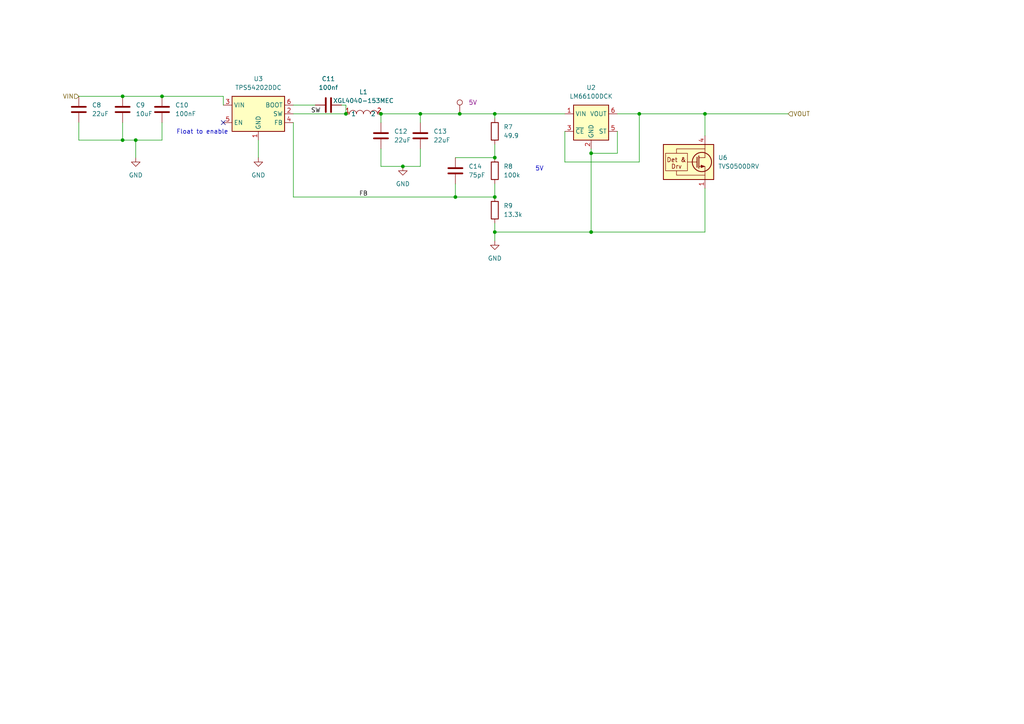
<source format=kicad_sch>
(kicad_sch (version 20250114) (generator "eeschema") (generator_version "9.0")
  (paper "A4")
  (lib_symbols
    (symbol "Device:C" (pin_numbers (hide yes)) (pin_names (offset 0.254))
      (property "Reference" "C" (at 0.635 2.54 0))
      (property "Value" "C" (at 0.635 -2.54 0))
      (symbol "C_0_1"
        (polyline (pts (xy -2.032 0.762) (xy 2.032 0.762)) (stroke (width 0.508)))
        (polyline (pts (xy -2.032 -0.762) (xy 2.032 -0.762)) (stroke (width 0.508)))
      )
      (symbol "C_1_1"
        (pin passive line (at 0 3.81 270) (length 2.794) (name "~") (number "1"))
        (pin passive line (at 0 -3.81 90) (length 2.794) (name "~") (number "2"))
      )
    )
    (symbol "Device:R" (pin_numbers (hide yes)) (pin_names (offset 0))
      (property "Reference" "R" (at 2.032 0 90))
      (property "Value" "R" (at 0 0 90))
      (symbol "R_0_1"
        (rectangle (start -1.016 -2.54) (end 1.016 2.54) (stroke (width 0.254)))
      )
      (symbol "R_1_1"
        (pin passive line (at 0 3.81 270) (length 1.27) (name "~") (number "1"))
        (pin passive line (at 0 -3.81 90) (length 1.27) (name "~") (number "2"))
      )
    )
    (symbol "Power_Management:LM66100DCK"
      (property "Reference" "U" (at -5.08 6.096 0))
      (property "Value" "LM66100DCK" (at 0.254 -6.35 0))
      (symbol "LM66100DCK_0_1"
        (rectangle (start -5.08 5.08) (end 5.08 -5.08) (stroke (width 0.254)) (fill (type background)))
      )
      (symbol "LM66100DCK_1_1"
        (pin power_in line (at -7.62 2.54 0) (length 2.54) (name "VIN") (number "1"))
        (pin input line (at -7.62 -2.54 0) (length 2.54) (name "~{CE}") (number "3"))
        (pin no_connect line (at 0 5.08 270) (length 2.54) (hide yes) (name "NC") (number "4"))
        (pin power_in line (at 0 -7.62 90) (length 2.54) (name "GND") (number "2"))
        (pin power_out line (at 7.62 2.54 180) (length 2.54) (name "VOUT") (number "6"))
        (pin open_collector line (at 7.62 -2.54 180) (length 2.54) (name "ST") (number "5"))
      )
    )
    (symbol "Power_Protection:TVS0500DRV" (pin_names (offset 0) (hide yes))
      (property "Reference" "U" (at 2.54 1.27 0))
      (property "Value" "TVS0500DRV" (at 2.54 -1.27 0))
      (symbol "TVS0500DRV_0_0"
        (rectangle (start -11.43 2.54) (end -5.08 -2.54))
        (polyline (pts (xy -8.255 2.54) (xy -8.255 3.81) (xy 0 3.81)))
        (polyline (pts (xy -8.255 -2.54) (xy -8.255 -3.81) (xy 0 -3.81)))
        (polyline (pts (xy 0 1.27) (xy -1.778 1.27)))
        (text "Det &" (at -8.255 0.635 0) (effects (font (size 1.27 1.27))))
        (text "Drv" (at -8.255 -1.27 0) (effects (font (size 1.27 1.27))))
      )
      (symbol "TVS0500DRV_0_1"
        (rectangle (start -12.065 5.08) (end 2.54 -5.08) (stroke (width 0.254)) (fill (type background)))
        (polyline (pts (xy -2.286 1.397) (xy -2.286 -1.524)) (stroke (width 0.254)))
        (polyline (pts (xy -2.286 0) (xy -5.08 0)))
        (polyline (pts (xy -1.778 1.778) (xy -1.778 -1.778)) (stroke (width 0.254)))
        (circle (center -0.889 0) (radius 2.794) (stroke (width 0.254)))
        (polyline (pts (xy -0.127 -1.27) (xy -1.143 -1.651) (xy -1.143 -0.889) (xy -0.127 -1.27)) (fill (type outline)))
        (polyline (pts (xy 0 5.08) (xy 0 2.54)))
        (polyline (pts (xy 0 2.54) (xy 0 1.27)))
        (polyline (pts (xy 0 -2.54) (xy 0 -5.08)))
        (polyline (pts (xy 0 -2.54) (xy 0 -1.27) (xy -1.778 -1.27)))
      )
      (symbol "TVS0500DRV_1_1"
        (pin passive line (at 0 7.62 270) (length 2.54) (name "IN") (number "4"))
        (pin passive line (at 0 7.62 270) (length 2.54) (hide yes) (name "IN") (number "5"))
        (pin passive line (at 0 7.62 270) (length 2.54) (hide yes) (name "IN") (number "6"))
        (pin power_in line (at 0 -7.62 90) (length 2.54) (name "GND") (number "1"))
        (pin passive line (at 0 -7.62 90) (length 2.54) (hide yes) (name "GND") (number "2"))
        (pin passive line (at 0 -7.62 90) (length 2.54) (hide yes) (name "GND") (number "3"))
        (pin passive line (at 0 -7.62 90) (length 2.54) (hide yes) (name "GND") (number "7"))
      )
    )
    (symbol "Regulator_Switching:TPS54202DDC"
      (property "Reference" "U" (at -7.62 6.35 0))
      (property "Value" "TPS54202DDC" (at 0 6.35 0))
      (symbol "TPS54202DDC_0_1"
        (rectangle (start -7.62 5.08) (end 7.62 -5.08) (stroke (width 0.254)) (fill (type background)))
      )
      (symbol "TPS54202DDC_1_1"
        (pin power_in line (at -10.16 2.54 0) (length 2.54) (name "VIN") (number "3"))
        (pin input line (at -10.16 -2.54 0) (length 2.54) (name "EN") (number "5"))
        (pin power_in line (at 0 -7.62 90) (length 2.54) (name "GND") (number "1"))
        (pin passive line (at 10.16 2.54 180) (length 2.54) (name "BOOT") (number "6"))
        (pin power_out line (at 10.16 0 180) (length 2.54) (name "SW") (number "2"))
        (pin input line (at 10.16 -2.54 180) (length 2.54) (name "FB") (number "4"))
      )
    )
    (symbol "easyeda2kicad:LabeledTestPoint" (pin_numbers (hide yes)) (pin_names (offset 0.762) (hide yes)) (in_bom no)
      (property "Label" "label" (at 0 5.08 0))
      (symbol "LabeledTestPoint_0_1"
        (circle (center 0 3.302) (radius 0.762))
      )
      (symbol "LabeledTestPoint_1_1"
        (pin passive line (at 0 0 90) (length 2.54) (name "1") (number "1"))
      )
    )
    (symbol "easyeda2kicad:XGL4040-153MEC"
      (property "Reference" "L" (at 0 5.08 0))
      (property "Value" "XGL4040-153MEC" (at 0 -5.08 0))
      (symbol "XGL4040-153MEC_0_1"
        (arc (start -4.06 -0.01) (mid -2.83 0.99) (end -2.03 0.01))
        (arc (start -2.03 -0.01) (mid -0.8 0.99) (end 0 0.01))
        (arc (start 0 -0.01) (mid 1.23 0.99) (end 2.03 0.01))
        (arc (start 2.03 -0.01) (mid 3.26 0.99) (end 4.06 0.01))
        (pin unspecified line (at -5.08 0 0) (length 1.016) (name "1") (number "1"))
        (pin unspecified line (at 5.08 0 180) (length 1.016) (name "2") (number "2"))
      )
    )
    (symbol "power:GND" (power) (pin_numbers (hide yes)) (pin_names (offset 0) (hide yes))
      (property "Value" "GND" (at 0 -3.81 0))
      (symbol "GND_0_1"
        (polyline (pts (xy 0 0) (xy 0 -1.27) (xy 1.27 -1.27) (xy 0 -2.54) (xy -1.27 -1.27) (xy 0 -1.27)))
      )
      (symbol "GND_1_1"
        (pin power_in line (at 0 0 270) (length 0) (name "~") (number "1"))
      )
    )
  )
  (text "5V" (at 156.464 49.022 0) (effects (font (size 1.27 1.27))))
  (text "Float to enable" (at 58.674 38.354 0) (effects (font (size 1.27 1.27))))
  (junction (at 132.08 57.15))
  (junction (at 116.84 48.26))
  (junction (at 143.51 57.15))
  (junction (at 171.45 44.45))
  (junction (at 185.42 33.02))
  (junction (at 35.56 27.94))
  (junction (at 121.92 33.02))
  (junction (at 35.56 40.64))
  (junction (at 204.47 33.02))
  (junction (at 133.35 33.02))
  (junction (at 46.99 27.94))
  (junction (at 39.37 40.64))
  (junction (at 143.51 67.31))
  (junction (at 143.51 33.02))
  (junction (at 100.33 33.02))
  (junction (at 171.45 67.31))
  (junction (at 143.51 45.72))
  (junction (at 110.49 33.02))
  (no_connect (at 64.77 35.56))
  (wire (pts (xy 204.47 33.02) (xy 204.47 39.37)))
  (wire (pts (xy 143.51 67.31) (xy 143.51 69.85)))
  (wire (pts (xy 132.08 57.15) (xy 143.51 57.15)))
  (wire (pts (xy 163.83 46.99) (xy 185.42 46.99)))
  (wire (pts (xy 132.08 57.15) (xy 132.08 53.34)))
  (wire (pts (xy 143.51 41.91) (xy 143.51 45.72)))
  (wire (pts (xy 85.09 30.48) (xy 91.44 30.48)))
  (wire (pts (xy 110.49 33.02) (xy 121.92 33.02)))
  (wire (pts (xy 163.83 38.1) (xy 163.83 46.99)))
  (wire (pts (xy 121.92 43.18) (xy 121.92 48.26)))
  (wire (pts (xy 22.86 40.64) (xy 35.56 40.64)))
  (wire (pts (xy 179.07 44.45) (xy 171.45 44.45)))
  (wire (pts (xy 110.49 33.02) (xy 110.49 35.56)))
  (wire (pts (xy 46.99 27.94) (xy 64.77 27.94)))
  (wire (pts (xy 204.47 67.31) (xy 171.45 67.31)))
  (wire (pts (xy 133.35 33.02) (xy 143.51 33.02)))
  (wire (pts (xy 35.56 40.64) (xy 39.37 40.64)))
  (wire (pts (xy 204.47 54.61) (xy 204.47 67.31)))
  (wire (pts (xy 46.99 35.56) (xy 46.99 40.64)))
  (wire (pts (xy 110.49 48.26) (xy 116.84 48.26)))
  (wire (pts (xy 185.42 33.02) (xy 204.47 33.02)))
  (wire (pts (xy 204.47 33.02) (xy 228.6 33.02)))
  (wire (pts (xy 39.37 40.64) (xy 39.37 45.72)))
  (wire (pts (xy 110.49 43.18) (xy 110.49 48.26)))
  (wire (pts (xy 179.07 38.1) (xy 179.07 44.45)))
  (wire (pts (xy 121.92 33.02) (xy 121.92 35.56)))
  (wire (pts (xy 179.07 33.02) (xy 185.42 33.02)))
  (wire (pts (xy 100.33 30.48) (xy 100.33 33.02)))
  (wire (pts (xy 171.45 44.45) (xy 171.45 67.31)))
  (wire (pts (xy 35.56 35.56) (xy 35.56 40.64)))
  (wire (pts (xy 143.51 45.72) (xy 132.08 45.72)))
  (wire (pts (xy 116.84 48.26) (xy 121.92 48.26)))
  (wire (pts (xy 143.51 53.34) (xy 143.51 57.15)))
  (wire (pts (xy 143.51 33.02) (xy 143.51 34.29)))
  (wire (pts (xy 171.45 43.18) (xy 171.45 44.45)))
  (wire (pts (xy 85.09 33.02) (xy 100.33 33.02)))
  (wire (pts (xy 121.92 33.02) (xy 133.35 33.02)))
  (wire (pts (xy 185.42 33.02) (xy 185.42 46.99)))
  (wire (pts (xy 35.56 27.94) (xy 46.99 27.94)))
  (wire (pts (xy 46.99 40.64) (xy 39.37 40.64)))
  (wire (pts (xy 171.45 67.31) (xy 143.51 67.31)))
  (wire (pts (xy 22.86 27.94) (xy 35.56 27.94)))
  (wire (pts (xy 64.77 27.94) (xy 64.77 30.48)))
  (wire (pts (xy 85.09 35.56) (xy 85.09 57.15)))
  (wire (pts (xy 99.06 30.48) (xy 100.33 30.48)))
  (wire (pts (xy 143.51 64.77) (xy 143.51 67.31)))
  (wire (pts (xy 22.86 35.56) (xy 22.86 40.64)))
  (wire (pts (xy 74.93 40.64) (xy 74.93 45.72)))
  (wire (pts (xy 85.09 57.15) (xy 132.08 57.15)))
  (wire (pts (xy 143.51 33.02) (xy 163.83 33.02)))
  (label "SW" (at 90.17 33.02 0))
  (label "FB" (at 104.14 57.15 0))
  (hierarchical_label "VIN" (shape input) (at 22.86 27.94 180))
  (hierarchical_label "VOUT" (shape input) (at 228.6 33.02 0))
  (symbol (lib_id "power:GND") (at 143.51 69.85 0) (unit 1)
    (property "Reference" "#PWR016" (effects (hide yes)))
    (property "Value" "GND" (at 143.51 74.93 0))
    (property "Description" "Power symbol creates a global label with name \"GND\" , ground" (effects (hide yes)))
  )
  (symbol (lib_id "power:GND") (at 39.37 45.72 0) (unit 1)
    (property "Reference" "#PWR013" (effects (hide yes)))
    (property "Value" "GND" (at 39.37 50.8 0))
    (property "Description" "Power symbol creates a global label with name \"GND\" , ground" (effects (hide yes)))
  )
  (symbol (lib_id "Device:R") (at 143.51 49.53 0) (unit 1)
    (property "Reference" "R8" (at 146.05 48.2599 0) (effects (justify left)))
    (property "Value" "100k" (at 146.05 50.7999 0) (effects (justify left)))
    (property "Footprint" "Resistor_SMD:R_0603_1608Metric" (effects (hide yes)))
    (property "Description" "Resistor" (effects (hide yes)))
  )
  (symbol (lib_id "Device:C") (at 132.08 49.53 180) (unit 1)
    (property "Reference" "C14" (at 135.89 48.2599 0) (effects (justify right)))
    (property "Value" "75pF" (at 135.89 50.7999 0) (effects (justify right)))
    (property "Footprint" "Capacitor_SMD:C_0603_1608Metric" (effects (hide yes)))
    (property "Description" "Unpolarized capacitor" (effects (hide yes)))
  )
  (symbol (lib_id "Device:C") (at 46.99 31.75 0) (unit 1)
    (property "Reference" "C10" (at 50.8 30.4799 0) (effects (justify left)))
    (property "Value" "100nF" (at 50.8 33.0199 0) (effects (justify left)))
    (property "Footprint" "Capacitor_SMD:C_0603_1608Metric" (effects (hide yes)))
    (property "Description" "Unpolarized capacitor" (effects (hide yes)))
  )
  (symbol (lib_id "Device:R") (at 143.51 38.1 0) (unit 1)
    (property "Reference" "R7" (at 146.05 36.8299 0) (effects (justify left)))
    (property "Value" "49.9" (at 146.05 39.3699 0) (effects (justify left)))
    (property "Footprint" "Resistor_SMD:R_0603_1608Metric" (effects (hide yes)))
    (property "Description" "Resistor" (effects (hide yes)))
  )
  (symbol (lib_id "Device:C") (at 110.49 39.37 0) (unit 1)
    (property "Reference" "C12" (at 114.3 38.0999 0) (effects (justify left)))
    (property "Value" "22uF" (at 114.3 40.6399 0) (effects (justify left)))
    (property "Footprint" "Capacitor_SMD:C_1206_3216Metric" (effects (hide yes)))
    (property "Description" "Unpolarized capacitor" (effects (hide yes)))
  )
  (symbol (lib_id "Regulator_Switching:TPS54202DDC") (at 74.93 33.02 0) (unit 1)
    (property "Reference" "U3" (at 74.93 22.86 0))
    (property "Value" "TPS54202DDC" (at 74.93 25.4 0))
    (property "Footprint" "Package_TO_SOT_SMD:SOT-23-6" (effects (hide yes)))
    (property "Datasheet" "http://www.ti.com/lit/ds/symlink/tps54202.pdf" (effects (hide yes)))
    (property "Description" "2A, 4.5 to 28V Input, EMI Friendly integrated switch synchronous step-down regulator, pulse-skipping, SOT-23-6" (effects (hide yes)))
  )
  (symbol (lib_id "Device:C") (at 121.92 39.37 0) (unit 1)
    (property "Reference" "C13" (at 125.73 38.0999 0) (effects (justify left)))
    (property "Value" "22uF" (at 125.73 40.6399 0) (effects (justify left)))
    (property "Footprint" "Capacitor_SMD:C_1206_3216Metric" (effects (hide yes)))
    (property "Description" "Unpolarized capacitor" (effects (hide yes)))
  )
  (symbol (lib_id "Device:C") (at 35.56 31.75 0) (unit 1)
    (property "Reference" "C9" (at 39.37 30.4799 0) (effects (justify left)))
    (property "Value" "10uF" (at 39.37 33.0199 0) (effects (justify left)))
    (property "Footprint" "Capacitor_SMD:C_0603_1608Metric" (effects (hide yes)))
    (property "Description" "Unpolarized capacitor" (effects (hide yes)))
  )
  (symbol (lib_id "power:GND") (at 116.84 48.26 0) (unit 1)
    (property "Reference" "#PWR015" (effects (hide yes)))
    (property "Value" "GND" (at 116.84 53.34 0))
    (property "Description" "Power symbol creates a global label with name \"GND\" , ground" (effects (hide yes)))
  )
  (symbol (lib_id "Device:C") (at 22.86 31.75 0) (unit 1)
    (property "Reference" "C8" (at 26.67 30.4799 0) (effects (justify left)))
    (property "Value" "22uF" (at 26.67 33.0199 0) (effects (justify left)))
    (property "Footprint" "Capacitor_SMD:C_1206_3216Metric" (effects (hide yes)))
    (property "Description" "Unpolarized capacitor" (effects (hide yes)))
  )
  (symbol (lib_id "Power_Management:LM66100DCK") (at 171.45 35.56 0) (unit 1)
    (property "Reference" "U2" (at 171.45 25.4 0))
    (property "Value" "LM66100DCK" (at 171.45 27.94 0))
    (property "Footprint" "Package_TO_SOT_SMD:SOT-363_SC-70-6" (effects (hide yes)))
    (property "Datasheet" "https://www.ti.com/lit/ds/symlink/lm66100.pdf" (effects (hide yes)))
    (property "Description" "Ideal Diode With Input Polarity Protection 1.5 - 5.5V  Input Voltage, 1.5A Output Current, Ron 141 mOhm, SC-70-6" (effects (hide yes)))
  )
  (symbol (lib_id "easyeda2kicad:XGL4040-153MEC") (at 105.41 33.02 0) (unit 1)
    (property "Reference" "L1" (at 105.41 26.67 0))
    (property "Value" "XGL4040-153MEC" (at 105.41 29.21 0))
    (property "Footprint" "easyeda2kicad:IND-SMD_L4.0-W4.0_XAL4040-103" (effects (hide yes)))
    (property "LCSC Part" "C3911667" (effects (hide yes)))
  )
  (symbol (lib_id "Power_Protection:TVS0500DRV") (at 204.47 46.99 0) (unit 1)
    (property "Reference" "U6" (at 208.28 45.7199 0) (effects (justify left)))
    (property "Value" "TVS0500DRV" (at 208.28 48.2599 0) (effects (justify left)))
    (property "Footprint" "Package_SON:WSON-6-1EP_2x2mm_P0.65mm_EP1x1.6mm" (effects (hide yes)))
    (property "Datasheet" "http://www.ti.com/lit/ds/symlink/tvs0500.pdf" (effects (hide yes)))
    (property "Description" "Flat-Clamp Surge Protection Device. 5Vrwm, WSON-6" (effects (hide yes)))
  )
  (symbol (lib_id "easyeda2kicad:LabeledTestPoint") (at 133.35 33.02 0) (unit 1) (in_bom no)
    (property "Reference" "TP14" (effects (hide yes)))
    (property "Value" "LabeledTestPoint" (effects (hide yes)))
    (property "Footprint" "easyeda2kicad:LabeledTestPoint" (effects (hide yes)))
    (property "Description" "test point" (effects (hide yes)))
    (property "Label" "5V" (at 135.89 29.7179 0) (effects (justify left)))
  )
  (symbol (lib_id "Device:C") (at 95.25 30.48 90) (unit 1)
    (property "Reference" "C11" (at 95.25 22.86 90))
    (property "Value" "100nf" (at 95.25 25.4 90))
    (property "Footprint" "Capacitor_SMD:C_0603_1608Metric" (effects (hide yes)))
    (property "Description" "Unpolarized capacitor" (effects (hide yes)))
  )
  (symbol (lib_id "Device:R") (at 143.51 60.96 0) (unit 1)
    (property "Reference" "R9" (at 146.05 59.6899 0) (effects (justify left)))
    (property "Value" "13.3k" (at 146.05 62.2299 0) (effects (justify left)))
    (property "Footprint" "Resistor_SMD:R_0603_1608Metric" (effects (hide yes)))
    (property "Description" "Resistor" (effects (hide yes)))
  )
  (symbol (lib_id "power:GND") (at 74.93 45.72 0) (unit 1)
    (property "Reference" "#PWR014" (effects (hide yes)))
    (property "Value" "GND" (at 74.93 50.8 0))
    (property "Description" "Power symbol creates a global label with name \"GND\" , ground" (effects (hide yes)))
  )
)
</source>
